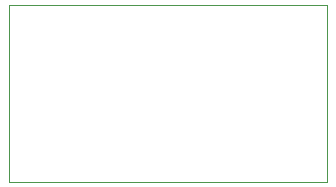
<source format=gbr>
%TF.GenerationSoftware,KiCad,Pcbnew,(6.0.10)*%
%TF.CreationDate,2023-05-27T15:47:13+03:00*%
%TF.ProjectId,BSF_5,4253465f-352e-46b6-9963-61645f706362,rev?*%
%TF.SameCoordinates,Original*%
%TF.FileFunction,Profile,NP*%
%FSLAX46Y46*%
G04 Gerber Fmt 4.6, Leading zero omitted, Abs format (unit mm)*
G04 Created by KiCad (PCBNEW (6.0.10)) date 2023-05-27 15:47:13*
%MOMM*%
%LPD*%
G01*
G04 APERTURE LIST*
%TA.AperFunction,Profile*%
%ADD10C,0.100000*%
%TD*%
G04 APERTURE END LIST*
D10*
X142500000Y-94750000D02*
X115500000Y-94750000D01*
X115500000Y-94750000D02*
X115500000Y-79750000D01*
X115500000Y-79750000D02*
X142500000Y-79750000D01*
X142500000Y-79750000D02*
X142500000Y-94750000D01*
M02*

</source>
